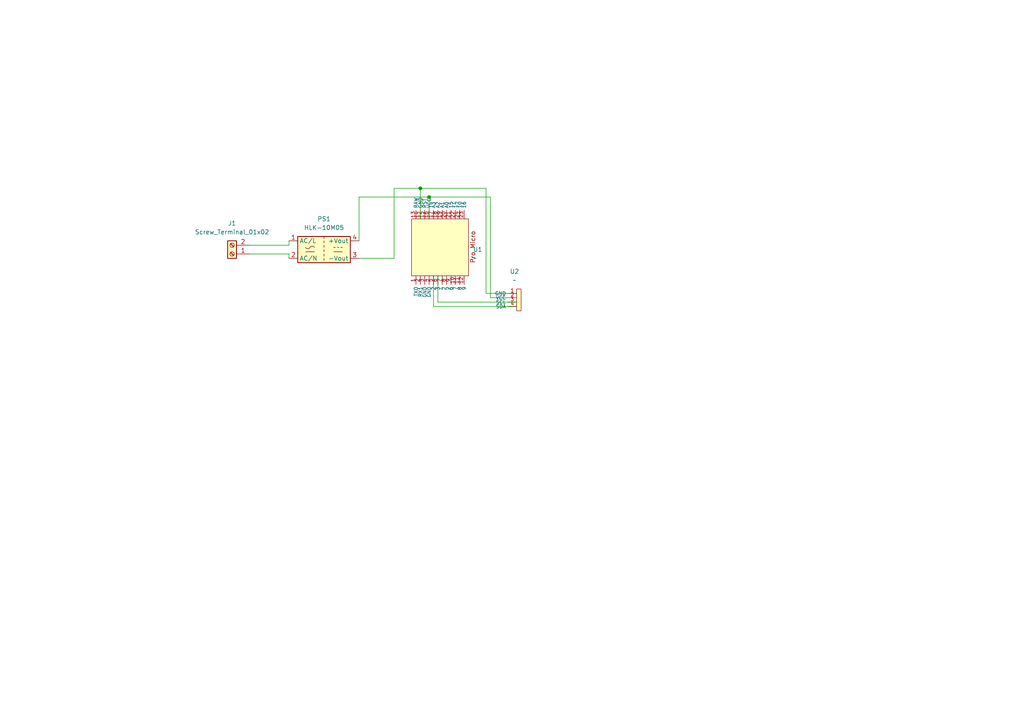
<source format=kicad_sch>
(kicad_sch (version 20250114) (generator "eeschema") (generator_version "9.0")
  (paper "A4")
  (lib_symbols
    (symbol "Connector:Screw_Terminal_01x02" (pin_names (offset 1.016) (hide yes))
      (property "Reference" "J" (at 0 2.54 0))
      (property "Value" "Screw_Terminal_01x02" (at 0 -5.08 0))
      (symbol "Screw_Terminal_01x02_1_1"
        (rectangle (start -1.27 1.27) (end 1.27 -3.81) (stroke (width 0.254)) (fill (type background)))
        (polyline (pts (xy -0.5334 0.3302) (xy 0.3302 -0.508)) (stroke (width 0.1524)))
        (polyline (pts (xy -0.5334 -2.2098) (xy 0.3302 -3.048)) (stroke (width 0.1524)))
        (polyline (pts (xy -0.3556 0.508) (xy 0.508 -0.3302)) (stroke (width 0.1524)))
        (polyline (pts (xy -0.3556 -2.032) (xy 0.508 -2.8702)) (stroke (width 0.1524)))
        (circle (center 0 0) (radius 0.635) (stroke (width 0.1524)))
        (circle (center 0 -2.54) (radius 0.635) (stroke (width 0.1524)))
        (pin passive line (at -5.08 0 0) (length 3.81) (name "Pin_1") (number "1"))
        (pin passive line (at -5.08 -2.54 0) (length 3.81) (name "Pin_2") (number "2"))
      )
    )
    (symbol "Converter_ACDC:HLK-10M05"
      (property "Reference" "PS" (at 0 5.08 0))
      (property "Value" "HLK-10M05" (at 0 -5.08 0))
      (symbol "HLK-10M05_0_1"
        (rectangle (start -7.62 3.81) (end 7.62 -3.81) (stroke (width 0.254)) (fill (type background)))
        (polyline (pts (xy -5.334 -0.635) (xy -2.794 -0.635)))
        (arc (start -4.064 0.635) (mid -4.699 0.2495) (end -5.334 0.635))
        (arc (start -4.064 0.635) (mid -3.429 1.0072) (end -2.794 0.635))
        (polyline (pts (xy 0 3.81) (xy 0 3.175)))
        (polyline (pts (xy 0 2.54) (xy 0 1.905)))
        (polyline (pts (xy 0 1.27) (xy 0 0.635)))
        (polyline (pts (xy 0 0) (xy 0 -0.635)))
        (polyline (pts (xy 0 -1.27) (xy 0 -1.905)))
        (polyline (pts (xy 0 -2.54) (xy 0 -3.175)))
        (polyline (pts (xy 2.794 0.635) (xy 3.302 0.635)))
        (polyline (pts (xy 2.794 -0.635) (xy 5.334 -0.635)))
        (polyline (pts (xy 3.81 0.635) (xy 4.318 0.635)))
        (polyline (pts (xy 4.826 0.635) (xy 5.334 0.635)))
      )
      (symbol "HLK-10M05_1_1"
        (pin power_in line (at -10.16 2.54 0) (length 2.54) (name "AC/L") (number "1"))
        (pin power_in line (at -10.16 -2.54 0) (length 2.54) (name "AC/N") (number "2"))
        (pin power_out line (at 10.16 2.54 180) (length 2.54) (name "+Vout") (number "4"))
        (pin power_out line (at 10.16 -2.54 180) (length 2.54) (name "-Vout") (number "3"))
      )
    )
    (symbol "my_symbols:Pro_Micro"
      (property "Reference" "U" (at 0 -5.334 0))
      (symbol "Pro_Micro_1_1"
        (rectangle (start -6.35 8.89) (end 10.16 -7.62) (fill (type color) (color 255 255 194 1)))
        (text "Pro Micro" (at 2.032 -8.89 0) (effects (font (size 1.27 1.27))))
        (pin output line (at -6.35 7.62 180) (length 2.54) (name "TXO") (number "1"))
        (pin input line (at -6.35 6.35 180) (length 2.54) (name "RX1") (number "2"))
        (pin power_in line (at -6.35 5.08 180) (length 2.54) (name "GND") (number "3"))
        (pin power_in line (at -6.35 3.81 180) (length 2.54) (name "GND") (number "4"))
        (pin bidirectional line (at -6.35 2.54 180) (length 2.54) (name "2") (number "5"))
        (pin bidirectional line (at -6.35 1.27 180) (length 2.54) (name "3") (number "6"))
        (pin bidirectional line (at -6.35 0 180) (length 2.54) (name "4") (number "7"))
        (pin bidirectional line (at -6.35 -1.27 180) (length 2.54) (name "5") (number "8"))
        (pin bidirectional line (at -6.35 -2.54 180) (length 2.54) (name "6") (number "9"))
        (pin bidirectional line (at -6.35 -3.81 180) (length 2.54) (name "7") (number "10"))
        (pin bidirectional line (at -6.35 -5.08 180) (length 2.54) (name "8") (number "11"))
        (pin bidirectional line (at -6.35 -6.35 180) (length 2.54) (name "9") (number "12"))
        (pin power_in line (at 10.16 7.62 0) (length 2.54) (name "RAW") (number "13"))
        (pin power_in line (at 10.16 6.35 0) (length 2.54) (name "GND") (number "14"))
        (pin input line (at 10.16 5.08 0) (length 2.54) (name "RST") (number "15"))
        (pin power_in line (at 10.16 3.81 0) (length 2.54) (name "VCC") (number "16"))
        (pin bidirectional line (at 10.16 2.54 0) (length 2.54) (name "A3") (number "17"))
        (pin bidirectional line (at 10.16 1.27 0) (length 2.54) (name "A2") (number "18"))
        (pin bidirectional line (at 10.16 0 0) (length 2.54) (name "A1") (number "19"))
        (pin bidirectional line (at 10.16 -1.27 0) (length 2.54) (name "A0") (number "20"))
        (pin bidirectional line (at 10.16 -2.54 0) (length 2.54) (name "15") (number "21"))
        (pin bidirectional line (at 10.16 -3.81 0) (length 2.54) (name "14") (number "22"))
        (pin bidirectional line (at 10.16 -5.08 0) (length 2.54) (name "10") (number "24"))
        (pin bidirectional line (at 10.16 -6.35 0) (length 2.54) (name "16") (number "23"))
      )
    )
    (symbol "my_symbols:SSD1315 Oled"
      (property "Reference" "U" (at 0 0 0))
      (symbol "SSD1315 Oled_1_1"
        (rectangle (start 0 -1.27) (end 1.27 -7.62) (fill (type color) (color 255 255 194 1)))
        (pin power_in line (at 0 -2.54 180) (length 2.54) (name "GND") (number "1"))
        (pin power_in line (at 0 -3.81 180) (length 2.54) (name "VCC") (number "2"))
        (pin input line (at 0 -5.08 180) (length 2.54) (name "SCL") (number "3"))
        (pin bidirectional line (at 0 -6.35 180) (length 2.54) (name "SDA") (number "4"))
      )
    )
  )
  (junction (at 124.46 57.15))
  (junction (at 121.92 54.61))
  (wire (pts (xy 140.97 54.61) (xy 140.97 85.09)))
  (wire (pts (xy 114.3 54.61) (xy 121.92 54.61)))
  (wire (pts (xy 83.82 71.12) (xy 83.82 69.85)))
  (wire (pts (xy 72.39 73.66) (xy 83.82 73.66)))
  (wire (pts (xy 121.92 54.61) (xy 140.97 54.61)))
  (wire (pts (xy 104.14 74.93) (xy 114.3 74.93)))
  (wire (pts (xy 127 87.63) (xy 149.86 87.63)))
  (wire (pts (xy 127 80.01) (xy 127 87.63)))
  (wire (pts (xy 125.73 88.9) (xy 149.86 88.9)))
  (wire (pts (xy 114.3 74.93) (xy 114.3 54.61)))
  (wire (pts (xy 72.39 71.12) (xy 83.82 71.12)))
  (wire (pts (xy 125.73 80.01) (xy 125.73 88.9)))
  (wire (pts (xy 142.24 86.36) (xy 149.86 86.36)))
  (wire (pts (xy 121.92 54.61) (xy 121.92 63.5)))
  (wire (pts (xy 104.14 57.15) (xy 124.46 57.15)))
  (wire (pts (xy 124.46 57.15) (xy 124.46 63.5)))
  (wire (pts (xy 83.82 73.66) (xy 83.82 74.93)))
  (wire (pts (xy 142.24 57.15) (xy 142.24 86.36)))
  (wire (pts (xy 124.46 57.15) (xy 142.24 57.15)))
  (wire (pts (xy 104.14 69.85) (xy 104.14 57.15)))
  (wire (pts (xy 140.97 85.09) (xy 149.86 85.09)))
  (symbol (lib_id "Converter_ACDC:HLK-10M05") (at 93.98 72.39 0) (unit 1)
    (property "Reference" "PS1" (at 93.98 63.5 0))
    (property "Value" "HLK-10M05" (at 93.98 66.04 0))
    (property "Footprint" "Converter_ACDC:Converter_ACDC_Hi-Link_HLK-10Mxx" (effects (hide yes)))
    (property "Datasheet" "http://h.hlktech.com/download/ACDC%E7%94%B5%E6%BA%90%E6%A8%A1%E5%9D%9710W%E7%B3%BB%E5%88%97/1/%E6%B5%B7%E5%87%8C%E7%A7%9110W%E7%B3%BB%E5%88%97%E7%94%B5%E6%BA%90%E6%A8%A1%E5%9D%97%E8%A7%84%E6%A0%BC%E4%B9%A6V1.8.pdf" (effects (hide yes)))
    (property "Description" "Compact AC/DC board mount power module 10W 5V" (effects (hide yes)))
  )
  (symbol (lib_id "my_symbols:Pro_Micro") (at 128.27 73.66 90) (unit 1)
    (property "Reference" "U1" (at 137.16 72.3899 90) (effects (justify right)))
    (property "Value" "~" (at 137.16 74.9299 90) (effects (justify right)))
    (property "Footprint" "My_Footprints:Pro Micro" (effects (hide yes)))
  )
  (symbol (lib_id "my_symbols:SSD1315 Oled") (at 149.86 82.55 0) (unit 1)
    (property "Reference" "U2" (at 149.225 78.74 0))
    (property "Value" "~" (at 149.225 81.28 0))
    (property "Footprint" "My_Footprints:4_Through_Hole_Pads" (effects (hide yes)))
  )
  (symbol (lib_id "Connector:Screw_Terminal_01x02") (at 67.31 73.66 180) (unit 1)
    (property "Reference" "J1" (at 67.31 64.77 0))
    (property "Value" "Screw_Terminal_01x02" (at 67.31 67.31 0))
    (property "Footprint" "TerminalBlock:TerminalBlock_MaiXu_MX126-5.0-02P_1x02_P5.00mm" (effects (hide yes)))
    (property "Description" "Generic screw terminal, single row, 01x02, script generated (kicad-library-utils/schlib/autogen/connector/)" (effects (hide yes)))
  )
)
</source>
